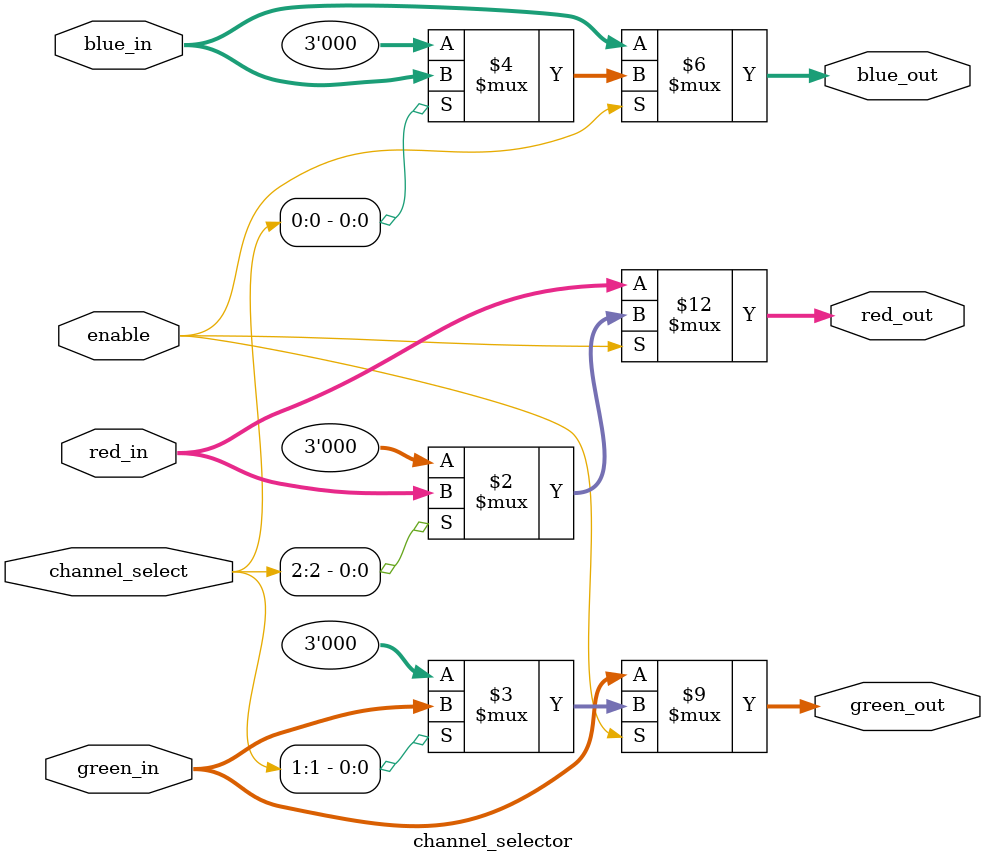
<source format=sv>
/*
 * Channel Selector Module
 * 
 * Description:
 *   Selectively displays RGB color channels based on control signals.
 *   Enables independent viewing of R, G, and B contributions to image.
 * 
 * Purpose:
 *   Debug and demonstrate color channel contributions.
 *   Create false-color visualizations for analysis.
 * 
 * Notes:
 *   - channel_select encoding: [2]=R, [1]=G, [0]=B
 *   - Examples: 3'b111=color, 3'b100=red only, 3'b010=green only, 3'b001=blue only
 */

module channel_selector (
    input  logic        enable,           // Enable channel selection mode
    input  logic [2:0]  channel_select,   // Which channels to display
    input  logic [2:0]  red_in,           // Input red channel
    input  logic [2:0]  green_in,         // Input green channel
    input  logic [2:0]  blue_in,          // Input blue channel
    output logic [2:0]  red_out,          // Output red channel
    output logic [2:0]  green_out,        // Output green channel
    output logic [2:0]  blue_out          // Output blue channel
);

    always_comb begin
        if (enable) begin
            // Channel selection mode: mask channels based on select signal
            red_out   = channel_select[2] ? red_in   : 3'b000;
            green_out = channel_select[1] ? green_in : 3'b000;
            blue_out  = channel_select[0] ? blue_in  : 3'b000;
        end else begin
            // Passthrough mode: output all channels normally
            red_out   = red_in;
            green_out = green_in;
            blue_out  = blue_in;
        end
    end

endmodule

</source>
